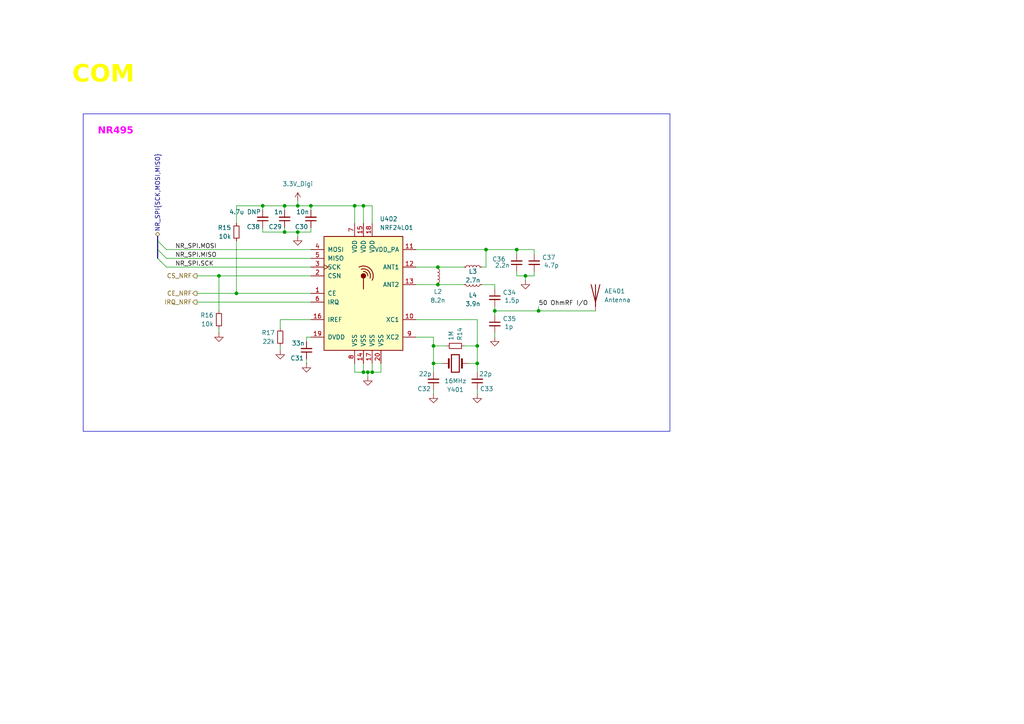
<source format=kicad_sch>
(kicad_sch (version 20231120) (generator "eeschema") (generator_version "8.0")
  (paper "A4")
  (lib_symbols
    (symbol "Device:Antenna" (pin_numbers hide) (pin_names (offset 1.016) hide)
      (property "Reference" "AE" (at -1.905 1.905 0))
      (property "Value" "Antenna" (at -1.905 0 0))
      (symbol "Antenna_0_1"
        (polyline (pts (xy 0 2.54) (xy 0 -3.81)) (stroke (width 0.254)))
        (polyline (pts (xy 1.27 2.54) (xy 0 -2.54) (xy -1.27 2.54)) (stroke (width 0.254)))
      )
      (symbol "Antenna_1_1"
        (pin input line (at 0 -5.08 90) (length 2.54) (name "A") (number "1"))
      )
    )
    (symbol "Device:C_Small" (pin_numbers hide) (pin_names (offset 0.254) hide)
      (property "Reference" "C" (at 0.254 1.778 0))
      (property "Value" "C_Small" (at 0.254 -2.032 0))
      (symbol "C_Small_0_1"
        (polyline (pts (xy -1.524 -0.508) (xy 1.524 -0.508)) (stroke (width 0.3302)))
        (polyline (pts (xy -1.524 0.508) (xy 1.524 0.508)) (stroke (width 0.3048)))
      )
      (symbol "C_Small_1_1"
        (pin passive line (at 0 2.54 270) (length 2.032) (name "~") (number "1"))
        (pin passive line (at 0 -2.54 90) (length 2.032) (name "~") (number "2"))
      )
    )
    (symbol "Device:Crystal" (pin_numbers hide) (pin_names (offset 1.016) hide)
      (property "Reference" "Y" (at 0 3.81 0))
      (property "Value" "Crystal" (at 0 -3.81 0))
      (symbol "Crystal_0_1"
        (rectangle (start -1.143 2.54) (end 1.143 -2.54) (stroke (width 0.3048)))
        (polyline (pts (xy -2.54 0) (xy -1.905 0)))
        (polyline (pts (xy -1.905 -1.27) (xy -1.905 1.27)) (stroke (width 0.508)))
        (polyline (pts (xy 1.905 -1.27) (xy 1.905 1.27)) (stroke (width 0.508)))
        (polyline (pts (xy 2.54 0) (xy 1.905 0)))
      )
      (symbol "Crystal_1_1"
        (pin passive line (at -3.81 0 0) (length 1.27) (name "1") (number "1"))
        (pin passive line (at 3.81 0 180) (length 1.27) (name "2") (number "2"))
      )
    )
    (symbol "Device:L_Small" (pin_numbers hide) (pin_names (offset 0.254) hide)
      (property "Reference" "L" (at 0.762 1.016 0))
      (property "Value" "L_Small" (at 0.762 -1.016 0))
      (symbol "L_Small_0_1"
        (arc (start 0 -2.032) (mid 0.5058 -1.524) (end 0 -1.016))
        (arc (start 0 -1.016) (mid 0.5058 -0.508) (end 0 0))
        (arc (start 0 0) (mid 0.5058 0.508) (end 0 1.016))
        (arc (start 0 1.016) (mid 0.5058 1.524) (end 0 2.032))
      )
      (symbol "L_Small_1_1"
        (pin passive line (at 0 2.54 270) (length 0.508) (name "~") (number "1"))
        (pin passive line (at 0 -2.54 90) (length 0.508) (name "~") (number "2"))
      )
    )
    (symbol "Device:R_Small" (pin_numbers hide) (pin_names (offset 0.254) hide)
      (property "Reference" "R" (at 0.762 0.508 0))
      (property "Value" "R_Small" (at 0.762 -1.016 0))
      (symbol "R_Small_0_1"
        (rectangle (start -0.762 1.778) (end 0.762 -1.778) (stroke (width 0.2032)))
      )
      (symbol "R_Small_1_1"
        (pin passive line (at 0 2.54 270) (length 0.762) (name "~") (number "1"))
        (pin passive line (at 0 -2.54 90) (length 0.762) (name "~") (number "2"))
      )
    )
    (symbol "RF:NRF24L01" (pin_names (offset 1.016))
      (property "Reference" "U" (at -11.43 17.78 0))
      (property "Value" "NRF24L01" (at 5.08 17.78 0))
      (symbol "NRF24L01_0_1"
        (rectangle (start -11.43 16.51) (end 11.43 -16.51) (stroke (width 0.254)) (fill (type background)))
        (polyline (pts (xy 0 4.445) (xy 0 1.27)) (stroke (width 0.254)))
        (circle (center 0 5.08) (radius 0.635) (stroke (width 0.254)) (fill (type outline)))
        (arc (start 1.27 5.08) (mid 0.9071 5.9946) (end 0 6.35) (stroke (width 0.254)))
        (arc (start 1.905 4.445) (mid 1.4313 6.5254) (end -0.635 6.985) (stroke (width 0.254)))
        (arc (start 2.54 3.81) (mid 2.008 7.088) (end -1.27 7.62) (stroke (width 0.254)))
        (rectangle (start 11.43 -13.97) (end 11.43 -13.97))
      )
      (symbol "NRF24L01_1_1"
        (pin input line (at -15.24 0 0) (length 3.81) (name "CE") (number "1"))
        (pin passive line (at 15.24 -7.62 180) (length 3.81) (name "XC1") (number "10"))
        (pin power_out line (at 15.24 12.7 180) (length 3.81) (name "VDD_PA") (number "11"))
        (pin passive line (at 15.24 7.62 180) (length 3.81) (name "ANT1") (number "12"))
        (pin passive line (at 15.24 2.54 180) (length 3.81) (name "ANT2") (number "13"))
        (pin power_in line (at 0 -20.32 90) (length 3.81) (name "VSS") (number "14"))
        (pin power_in line (at 0 20.32 270) (length 3.81) (name "VDD") (number "15"))
        (pin passive line (at -15.24 -7.62 0) (length 3.81) (name "IREF") (number "16"))
        (pin power_in line (at 2.54 -20.32 90) (length 3.81) (name "VSS") (number "17"))
        (pin power_in line (at 2.54 20.32 270) (length 3.81) (name "VDD") (number "18"))
        (pin power_out line (at -15.24 -12.7 0) (length 3.81) (name "DVDD") (number "19"))
        (pin input line (at -15.24 5.08 0) (length 3.81) (name "CSN") (number "2"))
        (pin power_in line (at 5.08 -20.32 90) (length 3.81) (name "VSS") (number "20"))
        (pin input clock (at -15.24 7.62 0) (length 3.81) (name "SCK") (number "3"))
        (pin input line (at -15.24 12.7 0) (length 3.81) (name "MOSI") (number "4"))
        (pin output line (at -15.24 10.16 0) (length 3.81) (name "MISO") (number "5"))
        (pin output line (at -15.24 -2.54 0) (length 3.81) (name "IRQ") (number "6"))
        (pin power_in line (at -2.54 20.32 270) (length 3.81) (name "VDD") (number "7"))
        (pin power_in line (at -2.54 -20.32 90) (length 3.81) (name "VSS") (number "8"))
        (pin passive line (at 15.24 -12.7 180) (length 3.81) (name "XC2") (number "9"))
      )
    )
    (symbol "power:+3V3" (power) (pin_numbers hide) (pin_names (offset 0) hide)
      (property "Value" "+3V3" (at 0 3.556 0))
      (symbol "+3V3_0_1"
        (polyline (pts (xy -0.762 1.27) (xy 0 2.54)))
        (polyline (pts (xy 0 0) (xy 0 2.54)))
        (polyline (pts (xy 0 2.54) (xy 0.762 1.27)))
      )
      (symbol "+3V3_1_1"
        (pin power_in line (at 0 0 90) (length 0) (name "~") (number "1"))
      )
    )
    (symbol "power:GND" (power) (pin_numbers hide) (pin_names (offset 0) hide)
      (property "Value" "GND" (at 0 -3.81 0))
      (symbol "GND_0_1"
        (polyline (pts (xy 0 0) (xy 0 -1.27) (xy 1.27 -1.27) (xy 0 -2.54) (xy -1.27 -1.27) (xy 0 -1.27)))
      )
      (symbol "GND_1_1"
        (pin power_in line (at 0 0 270) (length 0) (name "~") (number "1"))
      )
    )
  )
  (junction (at 127 77.47))
  (junction (at 156.21 90.17))
  (junction (at 105.41 107.95))
  (junction (at 107.95 107.95))
  (junction (at 152.4 80.01))
  (junction (at 138.43 105.41))
  (junction (at 140.97 72.39))
  (junction (at 68.58 85.09))
  (junction (at 127 82.55))
  (junction (at 125.73 100.33))
  (junction (at 102.87 59.69))
  (junction (at 86.36 59.69))
  (junction (at 82.55 67.31))
  (junction (at 149.86 72.39))
  (junction (at 63.5 80.01))
  (junction (at 138.43 100.33))
  (junction (at 125.73 105.41))
  (junction (at 76.2 59.69))
  (junction (at 105.41 59.69))
  (junction (at 143.51 90.17))
  (junction (at 90.17 59.69))
  (junction (at 106.68 107.95))
  (junction (at 86.36 67.31))
  (junction (at 82.55 59.69))
  (bus_entry (at 45.72 72.39) (size 2.54 2.54))
  (bus_entry (at 45.72 74.93) (size 2.54 2.54))
  (bus_entry (at 45.72 69.85) (size 2.54 2.54))
  (wire (pts (xy 82.55 67.31) (xy 82.55 66.04)))
  (wire (pts (xy 57.15 80.01) (xy 63.5 80.01)))
  (wire (pts (xy 90.17 67.31) (xy 90.17 66.04)))
  (wire (pts (xy 81.28 92.71) (xy 90.17 92.71)))
  (wire (pts (xy 76.2 60.96) (xy 76.2 59.69)))
  (wire (pts (xy 76.2 66.04) (xy 76.2 67.31)))
  (wire (pts (xy 110.49 105.41) (xy 110.49 107.95)))
  (wire (pts (xy 138.43 105.41) (xy 138.43 107.95)))
  (wire (pts (xy 106.68 107.95) (xy 105.41 107.95)))
  (wire (pts (xy 125.73 100.33) (xy 125.73 105.41)))
  (wire (pts (xy 125.73 100.33) (xy 125.73 97.79)))
  (wire (pts (xy 110.49 107.95) (xy 107.95 107.95)))
  (wire (pts (xy 57.15 85.09) (xy 68.58 85.09)))
  (wire (pts (xy 156.21 90.17) (xy 172.72 90.17)))
  (wire (pts (xy 139.7 77.47) (xy 140.97 77.47)))
  (wire (pts (xy 105.41 107.95) (xy 102.87 107.95)))
  (wire (pts (xy 105.41 59.69) (xy 105.41 64.77)))
  (wire (pts (xy 138.43 100.33) (xy 138.43 105.41)))
  (wire (pts (xy 120.65 77.47) (xy 127 77.47)))
  (wire (pts (xy 154.94 80.01) (xy 154.94 78.74)))
  (wire (pts (xy 86.36 58.42) (xy 86.36 59.69)))
  (wire (pts (xy 88.9 97.79) (xy 90.17 97.79)))
  (wire (pts (xy 81.28 95.25) (xy 81.28 92.71)))
  (wire (pts (xy 156.21 88.9) (xy 156.21 90.17)))
  (wire (pts (xy 106.68 107.95) (xy 106.68 109.22)))
  (wire (pts (xy 68.58 59.69) (xy 76.2 59.69)))
  (wire (pts (xy 143.51 88.9) (xy 143.51 90.17)))
  (wire (pts (xy 149.86 72.39) (xy 154.94 72.39)))
  (wire (pts (xy 82.55 60.96) (xy 82.55 59.69)))
  (wire (pts (xy 107.95 59.69) (xy 107.95 64.77)))
  (wire (pts (xy 125.73 105.41) (xy 128.27 105.41)))
  (wire (pts (xy 138.43 92.71) (xy 138.43 100.33)))
  (wire (pts (xy 143.51 82.55) (xy 139.7 82.55)))
  (wire (pts (xy 140.97 72.39) (xy 140.97 77.47)))
  (wire (pts (xy 88.9 105.41) (xy 88.9 104.14)))
  (wire (pts (xy 149.86 72.39) (xy 149.86 73.66)))
  (wire (pts (xy 48.26 72.39) (xy 90.17 72.39)))
  (wire (pts (xy 127 77.47) (xy 134.62 77.47)))
  (wire (pts (xy 63.5 80.01) (xy 90.17 80.01)))
  (wire (pts (xy 152.4 80.01) (xy 152.4 81.28)))
  (wire (pts (xy 138.43 92.71) (xy 120.65 92.71)))
  (wire (pts (xy 90.17 59.69) (xy 90.17 60.96)))
  (wire (pts (xy 68.58 69.85) (xy 68.58 85.09)))
  (wire (pts (xy 102.87 59.69) (xy 105.41 59.69)))
  (wire (pts (xy 143.51 90.17) (xy 143.51 91.44)))
  (wire (pts (xy 107.95 107.95) (xy 106.68 107.95)))
  (wire (pts (xy 140.97 72.39) (xy 149.86 72.39)))
  (wire (pts (xy 143.51 83.82) (xy 143.51 82.55)))
  (wire (pts (xy 81.28 101.6) (xy 81.28 100.33)))
  (wire (pts (xy 57.15 87.63) (xy 90.17 87.63)))
  (wire (pts (xy 82.55 59.69) (xy 86.36 59.69)))
  (wire (pts (xy 105.41 59.69) (xy 107.95 59.69)))
  (wire (pts (xy 134.62 100.33) (xy 138.43 100.33)))
  (wire (pts (xy 102.87 107.95) (xy 102.87 105.41)))
  (wire (pts (xy 149.86 78.74) (xy 149.86 80.01)))
  (wire (pts (xy 68.58 59.69) (xy 68.58 64.77)))
  (wire (pts (xy 125.73 114.3) (xy 125.73 113.03)))
  (wire (pts (xy 90.17 59.69) (xy 102.87 59.69)))
  (wire (pts (xy 82.55 67.31) (xy 86.36 67.31)))
  (wire (pts (xy 107.95 105.41) (xy 107.95 107.95)))
  (bus (pts (xy 45.72 69.85) (xy 45.72 72.39)))
  (wire (pts (xy 138.43 113.03) (xy 138.43 114.3)))
  (wire (pts (xy 120.65 82.55) (xy 127 82.55)))
  (wire (pts (xy 125.73 100.33) (xy 129.54 100.33)))
  (wire (pts (xy 76.2 59.69) (xy 82.55 59.69)))
  (wire (pts (xy 152.4 80.01) (xy 154.94 80.01)))
  (wire (pts (xy 102.87 59.69) (xy 102.87 64.77)))
  (bus (pts (xy 45.72 68.58) (xy 45.72 69.85)))
  (wire (pts (xy 76.2 67.31) (xy 82.55 67.31)))
  (wire (pts (xy 154.94 73.66) (xy 154.94 72.39)))
  (wire (pts (xy 48.26 77.47) (xy 90.17 77.47)))
  (wire (pts (xy 105.41 105.41) (xy 105.41 107.95)))
  (wire (pts (xy 143.51 90.17) (xy 156.21 90.17)))
  (wire (pts (xy 86.36 68.58) (xy 86.36 67.31)))
  (wire (pts (xy 120.65 72.39) (xy 140.97 72.39)))
  (wire (pts (xy 86.36 59.69) (xy 90.17 59.69)))
  (wire (pts (xy 68.58 85.09) (xy 90.17 85.09)))
  (wire (pts (xy 125.73 105.41) (xy 125.73 107.95)))
  (bus (pts (xy 45.72 74.93) (xy 45.72 72.39)))
  (wire (pts (xy 63.5 96.52) (xy 63.5 95.25)))
  (wire (pts (xy 48.26 74.93) (xy 90.17 74.93)))
  (wire (pts (xy 90.17 67.31) (xy 86.36 67.31)))
  (wire (pts (xy 135.89 105.41) (xy 138.43 105.41)))
  (wire (pts (xy 149.86 80.01) (xy 152.4 80.01)))
  (wire (pts (xy 127 82.55) (xy 134.62 82.55)))
  (wire (pts (xy 125.73 97.79) (xy 120.65 97.79)))
  (wire (pts (xy 143.51 97.79) (xy 143.51 96.52)))
  (wire (pts (xy 63.5 80.01) (xy 63.5 90.17)))
  (wire (pts (xy 88.9 99.06) (xy 88.9 97.79)))
  (rectangle (start 24.13 33.02) (end 194.31 125.095))
  (text "NR495" (at 33.528 38.608 0) (effects (font (size 2 2) (bold yes))))
  (text "COM" (at 29.972 23.114 0) (effects (font (size 5 5) (thickness 1) (bold yes))))
  (label "NR_SPI.SCK" (at 50.8 77.47 0))
  (label "NR_SPI.MOSI" (at 50.8 72.39 0))
  (label "50 OhmRF I{slash}O" (at 156.21 88.9 0))
  (label "NR_SPI.MISO" (at 50.8 74.93 0))
  (hierarchical_label "IRQ_NRF" (shape output) (at 57.15 87.63 180))
  (hierarchical_label "CE_NRF" (shape output) (at 57.15 85.09 180))
  (hierarchical_label "CS_NRF" (shape output) (at 57.15 80.01 180))
  (hierarchical_label "NR_SPI{SCK,MOSI,MISO}" (shape bidirectional) (at 45.72 68.58 90))
  (symbol (lib_id "Device:C_Small") (at 143.51 86.36 0) (unit 1)
    (property "Reference" "C34" (at 145.796 84.836 0) (effects (justify left)))
    (property "Value" "1.5p" (at 146.304 87.122 0) (effects (justify left)))
    (property "Footprint" "Capacitor_SMD:C_0402_1005Metric" (effects (hide yes)))
    (property "Description" "Unpolarized capacitor, small symbol" (effects (hide yes)))
  )
  (symbol (lib_id "power:+3V3") (at 86.36 58.42 0) (unit 1)
    (property "Reference" "#PWR0401" (effects (hide yes)))
    (property "Value" "3.3V_Digi" (at 86.36 53.34 0))
    (property "Description" "Power symbol creates a global label with name \"+3V3\"" (effects (hide yes)))
  )
  (symbol (lib_id "power:GND") (at 138.43 114.3 0) (unit 1)
    (property "Reference" "#PWR0410" (effects (hide yes)))
    (property "Value" "GND" (effects (hide yes)))
    (property "Description" "Power symbol creates a global label with name \"GND\" , ground" (effects (hide yes)))
  )
  (symbol (lib_id "Device:C_Small") (at 154.94 76.2 0) (unit 1)
    (property "Reference" "C37" (at 157.226 74.676 0) (effects (justify left)))
    (property "Value" "4.7p" (at 157.734 76.962 0) (effects (justify left)))
    (property "Footprint" "Capacitor_SMD:C_0402_1005Metric" (effects (hide yes)))
    (property "Description" "Unpolarized capacitor, small symbol" (effects (hide yes)))
  )
  (symbol (lib_id "Device:C_Small") (at 149.86 76.2 0) (mirror x) (unit 1)
    (property "Reference" "C36" (at 142.748 75.184 0) (effects (justify left)))
    (property "Value" "2.2n" (at 143.51 76.962 0) (effects (justify left)))
    (property "Footprint" "Capacitor_SMD:C_0402_1005Metric" (effects (hide yes)))
    (property "Description" "Unpolarized capacitor, small symbol" (effects (hide yes)))
  )
  (symbol (lib_id "RF:NRF24L01") (at 105.41 85.09 0) (unit 1)
    (property "Reference" "U402" (at 110.1441 63.5 0) (effects (justify left)))
    (property "Value" "NRF24L01" (at 110.1441 66.04 0) (effects (justify left)))
    (property "Footprint" "Package_DFN_QFN:QFN-20-1EP_4x4mm_P0.5mm_EP2.5x2.5mm" (effects (hide yes)))
    (property "Datasheet" "http://www.nordicsemi.com/eng/content/download/2730/34105/file/nRF24L01_Product_Specification_v2_0.pdf" (effects (hide yes)))
    (property "Description" "Ultra low power 2.4GHz RF Transceiver, QFN-20" (effects (hide yes)))
    (instances (project "" (path "" (reference "U402") (unit 1))) (project "Flight_Controller" (path "" (reference "U5") (unit 1))))
  )
  (symbol (lib_id "power:GND") (at 152.4 81.28 0) (unit 1)
    (property "Reference" "#PWR0403" (effects (hide yes)))
    (property "Value" "GND" (effects (hide yes)))
    (property "Description" "Power symbol creates a global label with name \"GND\" , ground" (effects (hide yes)))
  )
  (symbol (lib_id "power:GND") (at 81.28 101.6 0) (unit 1)
    (property "Reference" "#PWR0406" (effects (hide yes)))
    (property "Value" "GND" (effects (hide yes)))
    (property "Description" "Power symbol creates a global label with name \"GND\" , ground" (effects (hide yes)))
  )
  (symbol (lib_id "Device:C_Small") (at 82.55 63.5 180) (unit 1)
    (property "Reference" "C29" (at 81.788 65.786 0) (effects (justify left)))
    (property "Value" "1n" (at 82.042 61.468 0) (effects (justify left)))
    (property "Footprint" "Capacitor_SMD:C_0402_1005Metric" (effects (hide yes)))
    (property "Description" "Unpolarized capacitor, small symbol" (effects (hide yes)))
  )
  (symbol (lib_id "power:GND") (at 86.36 68.58 0) (unit 1)
    (property "Reference" "#PWR0402" (effects (hide yes)))
    (property "Value" "GND" (effects (hide yes)))
    (property "Description" "Power symbol creates a global label with name \"GND\" , ground" (effects (hide yes)))
  )
  (symbol (lib_id "Device:R_Small") (at 81.28 97.79 0) (mirror y) (unit 1)
    (property "Reference" "R17" (at 79.756 96.52 0) (effects (justify left)))
    (property "Value" "22k" (at 79.756 99.06 0) (effects (justify left)))
    (property "Footprint" "Resistor_SMD:R_0603_1608Metric" (effects (hide yes)))
    (property "Description" "Resistor, small symbol" (effects (hide yes)))
  )
  (symbol (lib_id "Device:C_Small") (at 76.2 63.5 180) (unit 1)
    (property "Reference" "C38" (at 75.438 65.786 0) (effects (justify left)))
    (property "Value" "4.7u DNP" (at 75.692 61.468 0) (effects (justify left)))
    (property "Footprint" "Capacitor_SMD:C_0603_1608Metric" (effects (hide yes)))
    (property "Description" "Unpolarized capacitor, small symbol" (effects (hide yes)))
  )
  (symbol (lib_id "Device:R_Small") (at 68.58 67.31 0) (mirror y) (unit 1)
    (property "Reference" "R15" (at 67.056 66.04 0) (effects (justify left)))
    (property "Value" "10k" (at 67.056 68.58 0) (effects (justify left)))
    (property "Footprint" "Resistor_SMD:R_0603_1608Metric" (effects (hide yes)))
    (property "Description" "Resistor, small symbol" (effects (hide yes)))
  )
  (symbol (lib_id "Device:L_Small") (at 127 80.01 0) (unit 1)
    (property "Reference" "L2" (at 127 84.582 0))
    (property "Value" "8.2n" (at 127 87.122 0))
    (property "Footprint" "Resistor_SMD:R_0402_1005Metric" (effects (hide yes)))
    (property "Description" "Inductor, small symbol" (effects (hide yes)))
  )
  (symbol (lib_id "power:GND") (at 106.68 109.22 0) (unit 1)
    (property "Reference" "#PWR0408" (effects (hide yes)))
    (property "Value" "GND" (effects (hide yes)))
    (property "Description" "Power symbol creates a global label with name \"GND\" , ground" (effects (hide yes)))
  )
  (symbol (lib_id "Device:C_Small") (at 143.51 93.98 0) (unit 1)
    (property "Reference" "C35" (at 145.796 92.456 0) (effects (justify left)))
    (property "Value" "1p" (at 146.304 94.742 0) (effects (justify left)))
    (property "Footprint" "Capacitor_SMD:C_0402_1005Metric" (effects (hide yes)))
    (property "Description" "Unpolarized capacitor, small symbol" (effects (hide yes)))
  )
  (symbol (lib_id "Device:L_Small") (at 137.16 82.55 90) (mirror x) (unit 1)
    (property "Reference" "L4" (at 137.16 85.598 90))
    (property "Value" "3.9n" (at 137.16 88.138 90))
    (property "Footprint" "Resistor_SMD:R_0402_1005Metric" (effects (hide yes)))
    (property "Description" "Inductor, small symbol" (effects (hide yes)))
  )
  (symbol (lib_id "Device:Crystal") (at 132.08 105.41 0) (unit 1)
    (property "Reference" "Y401" (at 132.08 113.03 0))
    (property "Value" "16MHz" (at 132.08 110.49 0))
    (property "Footprint" "Crystal:Crystal_SMD_2012-2Pin_2.0x1.2mm" (effects (hide yes)))
    (property "Description" "Two pin crystal" (effects (hide yes)))
    (instances (project "" (path "" (reference "Y401") (unit 1))) (project "Flight_Controller" (path "" (reference "Y2") (unit 1))))
  )
  (symbol (lib_id "Device:C_Small") (at 138.43 110.49 0) (mirror x) (unit 1)
    (property "Reference" "C33" (at 139.192 112.776 0) (effects (justify left)))
    (property "Value" "22p" (at 138.938 108.458 0) (effects (justify left)))
    (property "Footprint" "Capacitor_SMD:C_0402_1005Metric" (effects (hide yes)))
    (property "Description" "Unpolarized capacitor, small symbol" (effects (hide yes)))
  )
  (symbol (lib_id "power:GND") (at 63.5 96.52 0) (unit 1)
    (property "Reference" "#PWR0404" (effects (hide yes)))
    (property "Value" "GND" (effects (hide yes)))
    (property "Description" "Power symbol creates a global label with name \"GND\" , ground" (effects (hide yes)))
  )
  (symbol (lib_id "Device:R_Small") (at 63.5 92.71 0) (mirror y) (unit 1)
    (property "Reference" "R16" (at 61.976 91.44 0) (effects (justify left)))
    (property "Value" "10k" (at 61.976 93.98 0) (effects (justify left)))
    (property "Footprint" "Resistor_SMD:R_0603_1608Metric" (effects (hide yes)))
    (property "Description" "Resistor, small symbol" (effects (hide yes)))
  )
  (symbol (lib_id "Device:C_Small") (at 125.73 110.49 180) (unit 1)
    (property "Reference" "C32" (at 124.968 112.776 0) (effects (justify left)))
    (property "Value" "22p" (at 125.222 108.458 0) (effects (justify left)))
    (property "Footprint" "Capacitor_SMD:C_0402_1005Metric" (effects (hide yes)))
    (property "Description" "Unpolarized capacitor, small symbol" (effects (hide yes)))
  )
  (symbol (lib_id "Device:L_Small") (at 137.16 77.47 270) (mirror x) (unit 1)
    (property "Reference" "L3" (at 137.16 78.74 90))
    (property "Value" "2.7n" (at 137.16 81.28 90))
    (property "Footprint" "Resistor_SMD:R_0402_1005Metric" (effects (hide yes)))
    (property "Description" "Inductor, small symbol" (effects (hide yes)))
  )
  (symbol (lib_id "power:GND") (at 88.9 105.41 0) (unit 1)
    (property "Reference" "#PWR0407" (effects (hide yes)))
    (property "Value" "GND" (effects (hide yes)))
    (property "Description" "Power symbol creates a global label with name \"GND\" , ground" (effects (hide yes)))
  )
  (symbol (lib_id "power:GND") (at 143.51 97.79 0) (unit 1)
    (property "Reference" "#PWR0405" (effects (hide yes)))
    (property "Value" "GND" (effects (hide yes)))
    (property "Description" "Power symbol creates a global label with name \"GND\" , ground" (effects (hide yes)))
  )
  (symbol (lib_id "Device:R_Small") (at 132.08 100.33 270) (mirror x) (unit 1)
    (property "Reference" "R14" (at 133.35 98.806 0) (effects (justify left)))
    (property "Value" "1M" (at 130.81 98.806 0) (effects (justify left)))
    (property "Footprint" "Resistor_SMD:R_0603_1608Metric" (effects (hide yes)))
    (property "Description" "Resistor, small symbol" (effects (hide yes)))
  )
  (symbol (lib_id "Device:C_Small") (at 90.17 63.5 180) (unit 1)
    (property "Reference" "C30" (at 89.408 65.786 0) (effects (justify left)))
    (property "Value" "10n" (at 89.662 61.468 0) (effects (justify left)))
    (property "Footprint" "Capacitor_SMD:C_0402_1005Metric" (effects (hide yes)))
    (property "Description" "Unpolarized capacitor, small symbol" (effects (hide yes)))
  )
  (symbol (lib_id "Device:Antenna") (at 172.72 85.09 0) (unit 1)
    (property "Reference" "AE401" (at 175.26 84.4549 0) (effects (justify left)))
    (property "Value" "Antenna" (at 175.26 86.9949 0) (effects (justify left)))
    (property "Description" "Antenna" (effects (hide yes)))
    (instances (project "flight_controller" (path "" (reference "AE401") (unit 1))) (project "Flight_Controller" (path "" (reference "AE1") (unit 1))))
  )
  (symbol (lib_id "Device:C_Small") (at 88.9 101.6 180) (unit 1)
    (property "Reference" "C31" (at 88.138 103.886 0) (effects (justify left)))
    (property "Value" "33n" (at 88.392 99.568 0) (effects (justify left)))
    (property "Footprint" "Capacitor_SMD:C_0402_1005Metric" (effects (hide yes)))
    (property "Description" "Unpolarized capacitor, small symbol" (effects (hide yes)))
  )
  (symbol (lib_id "power:GND") (at 125.73 114.3 0) (unit 1)
    (property "Reference" "#PWR0409" (effects (hide yes)))
    (property "Value" "GND" (effects (hide yes)))
    (property "Description" "Power symbol creates a global label with name \"GND\" , ground" (effects (hide yes)))
  )
)
</source>
